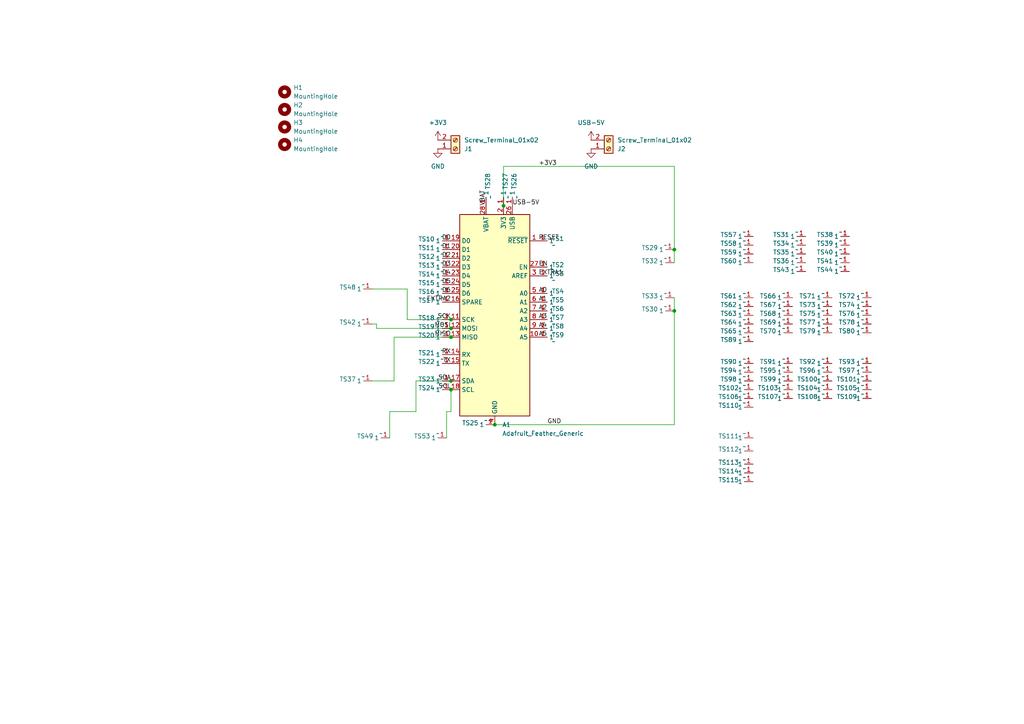
<source format=kicad_sch>
(kicad_sch (version 20250114) (generator "eeschema") (generator_version "9.0")
  (paper "A4")
  (lib_symbols
    (symbol "Connector:Screw_Terminal_01x02" (pin_names (offset 1.016) (hide yes))
      (property "Reference" "J" (at 0 2.54 0))
      (property "Value" "Screw_Terminal_01x02" (at 0 -5.08 0))
      (symbol "Screw_Terminal_01x02_1_1"
        (rectangle (start -1.27 1.27) (end 1.27 -3.81) (stroke (width 0.254)) (fill (type background)))
        (polyline (pts (xy -0.5334 0.3302) (xy 0.3302 -0.508)) (stroke (width 0.1524)))
        (polyline (pts (xy -0.5334 -2.2098) (xy 0.3302 -3.048)) (stroke (width 0.1524)))
        (polyline (pts (xy -0.3556 0.508) (xy 0.508 -0.3302)) (stroke (width 0.1524)))
        (polyline (pts (xy -0.3556 -2.032) (xy 0.508 -2.8702)) (stroke (width 0.1524)))
        (circle (center 0 0) (radius 0.635) (stroke (width 0.1524)))
        (circle (center 0 -2.54) (radius 0.635) (stroke (width 0.1524)))
        (pin passive line (at -5.08 0 0) (length 3.81) (name "Pin_1") (number "1"))
        (pin passive line (at -5.08 -2.54 0) (length 3.81) (name "Pin_2") (number "2"))
      )
    )
    (symbol "LE Symbols:TieStrip"
      (property "Reference" "TS" (at 0 2.032 0))
      (symbol "TieStrip_1_1"
        (pin bidirectional line (at 0 0 0) (length 2.54) (name "1") (number "1"))
      )
    )
    (symbol "MCU_Module:Adafruit_Feather_Generic"
      (property "Reference" "A" (at -10.16 29.21 0))
      (property "Value" "Adafruit_Feather_Generic" (at 2.54 -31.75 0))
      (symbol "Adafruit_Feather_Generic_0_1"
        (rectangle (start -10.16 27.94) (end 10.16 -30.48) (stroke (width 0.254)) (fill (type background)))
      )
      (symbol "Adafruit_Feather_Generic_1_1"
        (pin bidirectional line (at -12.7 20.32 0) (length 2.54) (name "D0") (number "19"))
        (pin bidirectional line (at -12.7 17.78 0) (length 2.54) (name "D1") (number "20"))
        (pin bidirectional line (at -12.7 15.24 0) (length 2.54) (name "D2") (number "21"))
        (pin bidirectional line (at -12.7 12.7 0) (length 2.54) (name "D3") (number "22"))
        (pin bidirectional line (at -12.7 10.16 0) (length 2.54) (name "D4") (number "23"))
        (pin bidirectional line (at -12.7 7.62 0) (length 2.54) (name "D5") (number "24"))
        (pin bidirectional line (at -12.7 5.08 0) (length 2.54) (name "D6") (number "25"))
        (pin bidirectional line (at -12.7 2.54 0) (length 2.54) (name "SPARE") (number "16"))
        (pin bidirectional line (at -12.7 -2.54 0) (length 2.54) (name "SCK") (number "11"))
        (pin bidirectional line (at -12.7 -5.08 0) (length 2.54) (name "MOSI") (number "12"))
        (pin bidirectional line (at -12.7 -7.62 0) (length 2.54) (name "MISO") (number "13"))
        (pin bidirectional line (at -12.7 -12.7 0) (length 2.54) (name "RX") (number "14"))
        (pin bidirectional line (at -12.7 -15.24 0) (length 2.54) (name "TX") (number "15"))
        (pin bidirectional line (at -12.7 -20.32 0) (length 2.54) (name "SDA") (number "17"))
        (pin bidirectional line (at -12.7 -22.86 0) (length 2.54) (name "SCL") (number "18"))
        (pin power_in line (at -2.54 30.48 270) (length 2.54) (name "VBAT") (number "28"))
        (pin power_in line (at 0 -33.02 90) (length 2.54) (name "GND") (number "4"))
        (pin power_in line (at 2.54 30.48 270) (length 2.54) (name "3V3") (number "2"))
        (pin power_in line (at 5.08 30.48 270) (length 2.54) (name "USB") (number "26"))
        (pin input line (at 12.7 20.32 180) (length 2.54) (name "~{RESET}") (number "1"))
        (pin input line (at 12.7 12.7 180) (length 2.54) (name "EN") (number "27"))
        (pin input line (at 12.7 10.16 180) (length 2.54) (name "AREF") (number "3"))
        (pin bidirectional line (at 12.7 5.08 180) (length 2.54) (name "A0") (number "5"))
        (pin bidirectional line (at 12.7 2.54 180) (length 2.54) (name "A1") (number "6"))
        (pin bidirectional line (at 12.7 0 180) (length 2.54) (name "A2") (number "7"))
        (pin bidirectional line (at 12.7 -2.54 180) (length 2.54) (name "A3") (number "8"))
        (pin bidirectional line (at 12.7 -5.08 180) (length 2.54) (name "A4") (number "9"))
        (pin bidirectional line (at 12.7 -7.62 180) (length 2.54) (name "A5") (number "10"))
      )
    )
    (symbol "Mechanical:MountingHole" (pin_names (offset 1.016)) (in_bom no)
      (property "Reference" "H" (at 0 5.08 0))
      (property "Value" "MountingHole" (at 0 3.175 0))
      (symbol "MountingHole_0_1"
        (circle (center 0 0) (radius 1.27) (stroke (width 1.27)))
      )
    )
    (symbol "power:+3V3" (power) (pin_numbers (hide yes)) (pin_names (offset 0) (hide yes))
      (property "Value" "+3V3" (at 0 3.556 0))
      (symbol "+3V3_0_1"
        (polyline (pts (xy -0.762 1.27) (xy 0 2.54)))
        (polyline (pts (xy 0 2.54) (xy 0.762 1.27)))
        (polyline (pts (xy 0 0) (xy 0 2.54)))
      )
      (symbol "+3V3_1_1"
        (pin power_in line (at 0 0 90) (length 0) (name "~") (number "1"))
      )
    )
    (symbol "power:GND" (power) (pin_numbers (hide yes)) (pin_names (offset 0) (hide yes))
      (property "Value" "GND" (at 0 -3.81 0))
      (symbol "GND_0_1"
        (polyline (pts (xy 0 0) (xy 0 -1.27) (xy 1.27 -1.27) (xy 0 -2.54) (xy -1.27 -1.27) (xy 0 -1.27)))
      )
      (symbol "GND_1_1"
        (pin power_in line (at 0 0 270) (length 0) (name "~") (number "1"))
      )
    )
  )
  (junction (at 143.51 123.19))
  (junction (at 130.81 110.49))
  (junction (at 195.58 72.39))
  (junction (at 195.58 90.17))
  (junction (at 130.81 95.25))
  (junction (at 146.05 59.69))
  (junction (at 130.81 113.03))
  (junction (at 130.81 97.79))
  (junction (at 130.81 92.71))
  (wire (pts (xy 146.05 48.26) (xy 146.05 59.69)))
  (wire (pts (xy 114.3 110.49) (xy 114.3 97.79)))
  (wire (pts (xy 129.54 119.38) (xy 130.81 119.38)))
  (wire (pts (xy 118.11 92.71) (xy 130.81 92.71)))
  (wire (pts (xy 195.58 72.39) (xy 195.58 76.2)))
  (wire (pts (xy 129.54 127) (xy 129.54 119.38)))
  (wire (pts (xy 195.58 86.36) (xy 195.58 90.17)))
  (wire (pts (xy 107.95 93.98) (xy 109.22 93.98)))
  (wire (pts (xy 113.03 119.38) (xy 120.65 119.38)))
  (wire (pts (xy 120.65 110.49) (xy 130.81 110.49)))
  (wire (pts (xy 130.81 119.38) (xy 130.81 113.03)))
  (wire (pts (xy 109.22 95.25) (xy 130.81 95.25)))
  (wire (pts (xy 195.58 123.19) (xy 143.51 123.19)))
  (wire (pts (xy 107.95 110.49) (xy 114.3 110.49)))
  (wire (pts (xy 114.3 97.79) (xy 130.81 97.79)))
  (wire (pts (xy 113.03 127) (xy 113.03 119.38)))
  (wire (pts (xy 195.58 48.26) (xy 146.05 48.26)))
  (wire (pts (xy 109.22 93.98) (xy 109.22 95.25)))
  (wire (pts (xy 107.95 83.82) (xy 118.11 83.82)))
  (wire (pts (xy 195.58 48.26) (xy 195.58 72.39)))
  (wire (pts (xy 118.11 83.82) (xy 118.11 92.71)))
  (wire (pts (xy 120.65 119.38) (xy 120.65 110.49)))
  (wire (pts (xy 195.58 90.17) (xy 195.58 123.19)))
  (label "D5" (at 130.81 82.55 180))
  (label "SDA" (at 130.81 110.49 180))
  (label "D0" (at 130.81 69.85 180))
  (label "USB-5V" (at 148.59 59.69 0))
  (label "EN" (at 156.21 77.47 0))
  (label "D1" (at 130.81 72.39 180))
  (label "MISO" (at 130.81 97.79 180))
  (label "A5" (at 156.21 97.79 0))
  (label "SCL" (at 130.81 113.03 180))
  (label "D2" (at 130.81 74.93 180))
  (label "TX" (at 130.81 105.41 180))
  (label "+3V3" (at 156.21 48.26 0))
  (label "MOSI" (at 130.81 95.25 180))
  (label "D4" (at 130.81 80.01 180))
  (label "A1" (at 156.21 87.63 0))
  (label "D6" (at 130.81 85.09 180))
  (label "A2" (at 156.21 90.17 0))
  (label "SCK" (at 130.81 92.71 180))
  (label "A4" (at 156.21 95.25 0))
  (label "RX" (at 130.81 102.87 180))
  (label "GND" (at 158.75 123.19 0))
  (label "VBAT" (at 140.97 59.69 90))
  (label "A3" (at 156.21 92.71 0))
  (label "A0" (at 156.21 85.09 0))
  (label "EXTRA2" (at 130.81 87.63 180))
  (label "D3" (at 130.81 77.47 180))
  (label "RESET" (at 156.21 69.85 0))
  (label "EXTRA1" (at 156.21 80.01 0))
  (symbol (lib_id "LE Symbols:TieStrip") (at 218.44 107.95 180) (unit 1)
    (property "Reference" "TS94" (at 211.328 107.442 0))
    (property "Value" "~" (at 215.9 106.68 0))
    (property "Footprint" "LE Symbols:TieStrip-3" (effects (hide yes)))
  )
  (symbol (lib_id "LE Symbols:TieStrip") (at 233.68 78.74 180) (unit 1)
    (property "Reference" "TS43" (at 226.568 78.232 0))
    (property "Value" "~" (at 231.14 77.47 0))
    (property "Footprint" "LE Symbols:TieStrip-6" (effects (hide yes)))
  )
  (symbol (lib_id "LE Symbols:TieStrip") (at 229.87 113.03 180) (unit 1)
    (property "Reference" "TS103" (at 222.758 112.522 0))
    (property "Value" "~" (at 227.33 111.76 0))
    (property "Footprint" "LE Symbols:TieStrip-3" (effects (hide yes)))
  )
  (symbol (lib_id "LE Symbols:TieStrip") (at 218.44 91.44 180) (unit 1)
    (property "Reference" "TS63" (at 211.328 90.932 0))
    (property "Value" "~" (at 215.9 90.17 0))
    (property "Footprint" "LE Symbols:TieStrip-3" (effects (hide yes)))
  )
  (symbol (lib_id "LE Symbols:TieStrip") (at 218.44 88.9 180) (unit 1)
    (property "Reference" "TS62" (at 211.328 88.392 0))
    (property "Value" "~" (at 215.9 87.63 0))
    (property "Footprint" "LE Symbols:TieStrip-3" (effects (hide yes)))
  )
  (symbol (lib_id "LE Symbols:TieStrip") (at 130.81 87.63 180) (unit 1)
    (property "Reference" "TS17" (at 123.698 87.122 0))
    (property "Value" "~" (at 128.27 86.36 0))
    (property "Footprint" "LE Symbols:TieStrip-5" (effects (hide yes)))
  )
  (symbol (lib_id "LE Symbols:TieStrip") (at 130.81 105.41 180) (unit 1)
    (property "Reference" "TS22" (at 123.698 104.902 0))
    (property "Value" "~" (at 128.27 104.14 0))
    (property "Footprint" "LE Symbols:TieStrip-5" (effects (hide yes)))
  )
  (symbol (lib_id "LE Symbols:TieStrip") (at 233.68 73.66 180) (unit 1)
    (property "Reference" "TS35" (at 226.568 73.152 0))
    (property "Value" "~" (at 231.14 72.39 0))
    (property "Footprint" "LE Symbols:TieStrip-6" (effects (hide yes)))
  )
  (symbol (lib_id "LE Symbols:TieStrip") (at 156.21 85.09 0) (unit 1)
    (property "Reference" "TS4" (at 160.02 84.4549 0) (effects (justify left)))
    (property "Value" "~" (at 160.02 86.36 0) (effects (justify left)))
    (property "Footprint" "LE Symbols:TieStrip-5" (effects (hide yes)))
  )
  (symbol (lib_id "LE Symbols:TieStrip") (at 252.73 110.49 180) (unit 1)
    (property "Reference" "TS101" (at 245.618 109.982 0))
    (property "Value" "~" (at 250.19 109.22 0))
    (property "Footprint" "LE Symbols:TieStrip-3" (effects (hide yes)))
  )
  (symbol (lib_id "LE Symbols:TieStrip") (at 252.73 113.03 180) (unit 1)
    (property "Reference" "TS105" (at 245.618 112.522 0))
    (property "Value" "~" (at 250.19 111.76 0))
    (property "Footprint" "LE Symbols:TieStrip-3" (effects (hide yes)))
  )
  (symbol (lib_id "LE Symbols:TieStrip") (at 252.73 91.44 180) (unit 1)
    (property "Reference" "TS76" (at 245.618 90.932 0))
    (property "Value" "~" (at 250.19 90.17 0))
    (property "Footprint" "LE Symbols:TieStrip-3" (effects (hide yes)))
  )
  (symbol (lib_id "LE Symbols:TieStrip") (at 252.73 115.57 180) (unit 1)
    (property "Reference" "TS109" (at 245.618 115.062 0))
    (property "Value" "~" (at 250.19 114.3 0))
    (property "Footprint" "LE Symbols:TieStrip-3" (effects (hide yes)))
  )
  (symbol (lib_id "LE Symbols:TieStrip") (at 229.87 86.36 180) (unit 1)
    (property "Reference" "TS66" (at 222.758 85.852 0))
    (property "Value" "~" (at 227.33 85.09 0))
    (property "Footprint" "LE Symbols:TieStrip-3" (effects (hide yes)))
  )
  (symbol (lib_id "LE Symbols:TieStrip") (at 229.87 115.57 180) (unit 1)
    (property "Reference" "TS107" (at 222.758 115.062 0))
    (property "Value" "~" (at 227.33 114.3 0))
    (property "Footprint" "LE Symbols:TieStrip-3" (effects (hide yes)))
  )
  (symbol (lib_id "LE Symbols:TieStrip") (at 130.81 82.55 180) (unit 1)
    (property "Reference" "TS15" (at 123.698 82.042 0))
    (property "Value" "~" (at 128.27 81.28 0))
    (property "Footprint" "LE Symbols:TieStrip-5" (effects (hide yes)))
  )
  (symbol (lib_id "LE Symbols:TieStrip") (at 246.38 78.74 180) (unit 1)
    (property "Reference" "TS44" (at 239.268 78.232 0))
    (property "Value" "~" (at 243.84 77.47 0))
    (property "Footprint" "LE Symbols:TieStrip-6" (effects (hide yes)))
  )
  (symbol (lib_id "LE Symbols:TieStrip") (at 156.21 97.79 0) (unit 1)
    (property "Reference" "TS9" (at 160.02 97.1549 0) (effects (justify left)))
    (property "Value" "~" (at 160.02 99.06 0) (effects (justify left)))
    (property "Footprint" "LE Symbols:TieStrip-5" (effects (hide yes)))
  )
  (symbol (lib_id "LE Symbols:TieStrip") (at 130.81 74.93 180) (unit 1)
    (property "Reference" "TS12" (at 123.698 74.422 0))
    (property "Value" "~" (at 128.27 73.66 0))
    (property "Footprint" "LE Symbols:TieStrip-5" (effects (hide yes)))
  )
  (symbol (lib_id "LE Symbols:TieStrip") (at 246.38 73.66 180) (unit 1)
    (property "Reference" "TS40" (at 239.268 73.152 0))
    (property "Value" "~" (at 243.84 72.39 0))
    (property "Footprint" "LE Symbols:TieStrip-6" (effects (hide yes)))
  )
  (symbol (lib_id "LE Symbols:TieStrip") (at 246.38 68.58 180) (unit 1)
    (property "Reference" "TS38" (at 239.268 68.072 0))
    (property "Value" "~" (at 243.84 67.31 0))
    (property "Footprint" "LE Symbols:TieStrip-6" (effects (hide yes)))
  )
  (symbol (lib_id "LE Symbols:TieStrip") (at 156.21 87.63 0) (unit 1)
    (property "Reference" "TS5" (at 160.02 86.9949 0) (effects (justify left)))
    (property "Value" "~" (at 160.02 88.9 0) (effects (justify left)))
    (property "Footprint" "LE Symbols:TieStrip-5" (effects (hide yes)))
  )
  (symbol (lib_id "power:GND") (at 127 43.18 0) (unit 1)
    (property "Reference" "#PWR01" (effects (hide yes)))
    (property "Value" "GND" (at 127 48.26 0))
    (property "Description" "Power symbol creates a global label with name \"GND\" , ground" (effects (hide yes)))
  )
  (symbol (lib_id "LE Symbols:TieStrip") (at 241.3 86.36 180) (unit 1)
    (property "Reference" "TS71" (at 234.188 85.852 0))
    (property "Value" "~" (at 238.76 85.09 0))
    (property "Footprint" "LE Symbols:TieStrip-3" (effects (hide yes)))
  )
  (symbol (lib_id "LE Symbols:TieStrip") (at 195.58 76.2 180) (unit 1)
    (property "Reference" "TS32" (at 188.468 75.692 0))
    (property "Value" "~" (at 193.04 74.93 0))
    (property "Footprint" "LE Symbols:TieStrip-21" (effects (hide yes)))
  )
  (symbol (lib_id "LE Symbols:TieStrip") (at 229.87 105.41 180) (unit 1)
    (property "Reference" "TS91" (at 222.758 104.902 0))
    (property "Value" "~" (at 227.33 104.14 0))
    (property "Footprint" "LE Symbols:TieStrip-3" (effects (hide yes)))
  )
  (symbol (lib_id "LE Symbols:TieStrip") (at 241.3 91.44 180) (unit 1)
    (property "Reference" "TS75" (at 234.188 90.932 0))
    (property "Value" "~" (at 238.76 90.17 0))
    (property "Footprint" "LE Symbols:TieStrip-3" (effects (hide yes)))
  )
  (symbol (lib_id "LE Symbols:TieStrip") (at 218.44 105.41 180) (unit 1)
    (property "Reference" "TS90" (at 211.328 104.902 0))
    (property "Value" "~" (at 215.9 104.14 0))
    (property "Footprint" "LE Symbols:TieStrip-3" (effects (hide yes)))
  )
  (symbol (lib_id "LE Symbols:TieStrip") (at 218.44 86.36 180) (unit 1)
    (property "Reference" "TS61" (at 211.328 85.852 0))
    (property "Value" "~" (at 215.9 85.09 0))
    (property "Footprint" "LE Symbols:TieStrip-3" (effects (hide yes)))
  )
  (symbol (lib_id "LE Symbols:TieStrip") (at 218.44 134.62 180) (unit 1)
    (property "Reference" "TS113" (at 211.328 134.112 0))
    (property "Value" "~" (at 215.9 133.35 0))
    (property "Footprint" "LE Symbols:TieStrip-7" (effects (hide yes)))
  )
  (symbol (lib_id "LE Symbols:TieStrip") (at 143.51 123.19 180) (unit 1)
    (property "Reference" "TS25" (at 136.398 122.682 0))
    (property "Value" "~" (at 140.97 121.92 0))
    (property "Footprint" "LE Symbols:TieStrip-5" (effects (hide yes)))
  )
  (symbol (lib_id "LE Symbols:TieStrip") (at 241.3 88.9 180) (unit 1)
    (property "Reference" "TS73" (at 234.188 88.392 0))
    (property "Value" "~" (at 238.76 87.63 0))
    (property "Footprint" "LE Symbols:TieStrip-3" (effects (hide yes)))
  )
  (symbol (lib_id "LE Symbols:TieStrip") (at 252.73 105.41 180) (unit 1)
    (property "Reference" "TS93" (at 245.618 104.902 0))
    (property "Value" "~" (at 250.19 104.14 0))
    (property "Footprint" "LE Symbols:TieStrip-3" (effects (hide yes)))
  )
  (symbol (lib_id "LE Symbols:TieStrip") (at 218.44 118.11 180) (unit 1)
    (property "Reference" "TS110" (at 211.328 117.602 0))
    (property "Value" "~" (at 215.9 116.84 0))
    (property "Footprint" "LE Symbols:TieStrip-3" (effects (hide yes)))
  )
  (symbol (lib_id "LE Symbols:TieStrip") (at 156.21 69.85 0) (unit 1)
    (property "Reference" "TS1" (at 160.02 69.2149 0) (effects (justify left)))
    (property "Value" "~" (at 160.02 71.12 0) (effects (justify left)))
    (property "Footprint" "LE Symbols:TieStrip-5" (effects (hide yes)))
  )
  (symbol (lib_id "LE Symbols:TieStrip") (at 252.73 86.36 180) (unit 1)
    (property "Reference" "TS72" (at 245.618 85.852 0))
    (property "Value" "~" (at 250.19 85.09 0))
    (property "Footprint" "LE Symbols:TieStrip-3" (effects (hide yes)))
  )
  (symbol (lib_id "LE Symbols:TieStrip") (at 130.81 80.01 180) (unit 1)
    (property "Reference" "TS14" (at 123.698 79.502 0))
    (property "Value" "~" (at 128.27 78.74 0))
    (property "Footprint" "LE Symbols:TieStrip-5" (effects (hide yes)))
  )
  (symbol (lib_id "LE Symbols:TieStrip") (at 130.81 95.25 180) (unit 1)
    (property "Reference" "TS19" (at 123.698 94.742 0))
    (property "Value" "~" (at 128.27 93.98 0))
    (property "Footprint" "LE Symbols:TieStrip-5" (effects (hide yes)))
  )
  (symbol (lib_id "Connector:Screw_Terminal_01x02") (at 176.53 43.18 0) (mirror x) (unit 1)
    (property "Reference" "J2" (at 179.07 43.1801 0) (effects (justify left)))
    (property "Value" "Screw_Terminal_01x02" (at 179.07 40.6401 0) (effects (justify left)))
    (property "Footprint" "LE Symbols:TerminalBlock_screw_2.54_left" (effects (hide yes)))
    (property "Description" "Generic screw terminal, single row, 01x02, script generated (kicad-library-utils/schlib/autogen/connector/)" (effects (hide yes)))
  )
  (symbol (lib_id "LE Symbols:TieStrip") (at 130.81 113.03 180) (unit 1)
    (property "Reference" "TS24" (at 123.698 112.522 0))
    (property "Value" "~" (at 128.27 111.76 0))
    (property "Footprint" "LE Symbols:TieStrip-5" (effects (hide yes)))
  )
  (symbol (lib_id "LE Symbols:TieStrip") (at 130.81 92.71 180) (unit 1)
    (property "Reference" "TS18" (at 123.698 92.202 0))
    (property "Value" "~" (at 128.27 91.44 0))
    (property "Footprint" "LE Symbols:TieStrip-5" (effects (hide yes)))
  )
  (symbol (lib_id "LE Symbols:TieStrip") (at 156.21 92.71 0) (unit 1)
    (property "Reference" "TS7" (at 160.02 92.0749 0) (effects (justify left)))
    (property "Value" "~" (at 160.02 93.98 0) (effects (justify left)))
    (property "Footprint" "LE Symbols:TieStrip-5" (effects (hide yes)))
  )
  (symbol (lib_id "LE Symbols:TieStrip") (at 218.44 73.66 180) (unit 1)
    (property "Reference" "TS59" (at 211.328 73.152 0))
    (property "Value" "~" (at 215.9 72.39 0))
    (property "Footprint" "LE Symbols:TieStrip-6" (effects (hide yes)))
  )
  (symbol (lib_id "power:+3V3") (at 171.45 40.64 0) (unit 1)
    (property "Reference" "#PWR04" (effects (hide yes)))
    (property "Value" "USB-5V" (at 171.45 35.56 0))
    (property "Description" "Power symbol creates a global label with name \"+3V3\"" (effects (hide yes)))
  )
  (symbol (lib_id "Mechanical:MountingHole") (at 82.55 26.67 0) (unit 1) (in_bom no)
    (property "Reference" "H1" (at 85.09 25.3999 0) (effects (justify left)))
    (property "Value" "MountingHole" (at 85.09 27.9399 0) (effects (justify left)))
    (property "Footprint" "MountingHole:MountingHole_2.5mm_Pad_TopBottom" (effects (hide yes)))
    (property "Description" "Mounting Hole without connection" (effects (hide yes)))
  )
  (symbol (lib_id "LE Symbols:TieStrip") (at 148.59 59.69 90) (unit 1)
    (property "Reference" "TS26" (at 149.098 52.578 0))
    (property "Value" "~" (at 149.86 57.15 0))
    (property "Footprint" "LE Symbols:TieStrip-5" (effects (hide yes)))
  )
  (symbol (lib_id "LE Symbols:TieStrip") (at 218.44 96.52 180) (unit 1)
    (property "Reference" "TS65" (at 211.328 96.012 0))
    (property "Value" "~" (at 215.9 95.25 0))
    (property "Footprint" "LE Symbols:TieStrip-3" (effects (hide yes)))
  )
  (symbol (lib_id "LE Symbols:TieStrip") (at 252.73 96.52 180) (unit 1)
    (property "Reference" "TS80" (at 245.618 96.012 0))
    (property "Value" "~" (at 250.19 95.25 0))
    (property "Footprint" "LE Symbols:TieStrip-3" (effects (hide yes)))
  )
  (symbol (lib_id "LE Symbols:TieStrip") (at 107.95 83.82 180) (unit 1)
    (property "Reference" "TS48" (at 100.838 83.312 0))
    (property "Value" "~" (at 105.41 82.55 0))
    (property "Footprint" "LE Symbols:TieStrip-21" (effects (hide yes)))
  )
  (symbol (lib_id "LE Symbols:TieStrip") (at 129.54 127 180) (unit 1)
    (property "Reference" "TS53" (at 122.428 126.492 0))
    (property "Value" "~" (at 127 125.73 0))
    (property "Footprint" "LE Symbols:TieStrip-21" (effects (hide yes)))
  )
  (symbol (lib_id "LE Symbols:TieStrip") (at 233.68 76.2 180) (unit 1)
    (property "Reference" "TS36" (at 226.568 75.692 0))
    (property "Value" "~" (at 231.14 74.93 0))
    (property "Footprint" "LE Symbols:TieStrip-6" (effects (hide yes)))
  )
  (symbol (lib_id "LE Symbols:TieStrip") (at 229.87 107.95 180) (unit 1)
    (property "Reference" "TS95" (at 222.758 107.442 0))
    (property "Value" "~" (at 227.33 106.68 0))
    (property "Footprint" "LE Symbols:TieStrip-3" (effects (hide yes)))
  )
  (symbol (lib_id "LE Symbols:TieStrip") (at 218.44 99.06 180) (unit 1)
    (property "Reference" "TS89" (at 211.328 98.552 0))
    (property "Value" "~" (at 215.9 97.79 0))
    (property "Footprint" "LE Symbols:TieStrip-3" (effects (hide yes)))
  )
  (symbol (lib_id "LE Symbols:TieStrip") (at 130.81 102.87 180) (unit 1)
    (property "Reference" "TS21" (at 123.698 102.362 0))
    (property "Value" "~" (at 128.27 101.6 0))
    (property "Footprint" "LE Symbols:TieStrip-5" (effects (hide yes)))
  )
  (symbol (lib_id "LE Symbols:TieStrip") (at 229.87 93.98 180) (unit 1)
    (property "Reference" "TS69" (at 222.758 93.472 0))
    (property "Value" "~" (at 227.33 92.71 0))
    (property "Footprint" "LE Symbols:TieStrip-3" (effects (hide yes)))
  )
  (symbol (lib_id "LE Symbols:TieStrip") (at 218.44 71.12 180) (unit 1)
    (property "Reference" "TS58" (at 211.328 70.612 0))
    (property "Value" "~" (at 215.9 69.85 0))
    (property "Footprint" "LE Symbols:TieStrip-6" (effects (hide yes)))
  )
  (symbol (lib_id "Mechanical:MountingHole") (at 82.55 31.75 0) (unit 1) (in_bom no)
    (property "Reference" "H2" (at 85.09 30.4799 0) (effects (justify left)))
    (property "Value" "MountingHole" (at 85.09 33.0199 0) (effects (justify left)))
    (property "Footprint" "MountingHole:MountingHole_2.5mm_Pad_TopBottom" (effects (hide yes)))
    (property "Description" "Mounting Hole without connection" (effects (hide yes)))
  )
  (symbol (lib_id "LE Symbols:TieStrip") (at 233.68 68.58 180) (unit 1)
    (property "Reference" "TS31" (at 226.568 68.072 0))
    (property "Value" "~" (at 231.14 67.31 0))
    (property "Footprint" "LE Symbols:TieStrip-6" (effects (hide yes)))
  )
  (symbol (lib_id "LE Symbols:TieStrip") (at 229.87 91.44 180) (unit 1)
    (property "Reference" "TS68" (at 222.758 90.932 0))
    (property "Value" "~" (at 227.33 90.17 0))
    (property "Footprint" "LE Symbols:TieStrip-3" (effects (hide yes)))
  )
  (symbol (lib_id "LE Symbols:TieStrip") (at 107.95 110.49 180) (unit 1)
    (property "Reference" "TS37" (at 100.838 109.982 0))
    (property "Value" "~" (at 105.41 109.22 0))
    (property "Footprint" "LE Symbols:TieStrip-21" (effects (hide yes)))
  )
  (symbol (lib_id "LE Symbols:TieStrip") (at 156.21 77.47 0) (unit 1)
    (property "Reference" "TS2" (at 160.02 76.8349 0) (effects (justify left)))
    (property "Value" "~" (at 160.02 78.74 0) (effects (justify left)))
    (property "Footprint" "LE Symbols:TieStrip-5" (effects (hide yes)))
  )
  (symbol (lib_id "LE Symbols:TieStrip") (at 156.21 95.25 0) (unit 1)
    (property "Reference" "TS8" (at 160.02 94.6149 0) (effects (justify left)))
    (property "Value" "~" (at 160.02 96.52 0) (effects (justify left)))
    (property "Footprint" "LE Symbols:TieStrip-5" (effects (hide yes)))
  )
  (symbol (lib_id "LE Symbols:TieStrip") (at 140.97 59.69 90) (unit 1)
    (property "Reference" "TS28" (at 141.478 52.578 0))
    (property "Value" "~" (at 142.24 57.15 0))
    (property "Footprint" "LE Symbols:TieStrip-5" (effects (hide yes)))
  )
  (symbol (lib_id "LE Symbols:TieStrip") (at 156.21 90.17 0) (unit 1)
    (property "Reference" "TS6" (at 160.02 89.5349 0) (effects (justify left)))
    (property "Value" "~" (at 160.02 91.44 0) (effects (justify left)))
    (property "Footprint" "LE Symbols:TieStrip-5" (effects (hide yes)))
  )
  (symbol (lib_id "LE Symbols:TieStrip") (at 130.81 72.39 180) (unit 1)
    (property "Reference" "TS11" (at 123.698 71.882 0))
    (property "Value" "~" (at 128.27 71.12 0))
    (property "Footprint" "LE Symbols:TieStrip-5" (effects (hide yes)))
  )
  (symbol (lib_id "Mechanical:MountingHole") (at 82.55 36.83 0) (unit 1) (in_bom no)
    (property "Reference" "H3" (at 85.09 35.5599 0) (effects (justify left)))
    (property "Value" "MountingHole" (at 85.09 38.0999 0) (effects (justify left)))
    (property "Footprint" "MountingHole:MountingHole_2.5mm_Pad_TopBottom" (effects (hide yes)))
    (property "Description" "Mounting Hole without connection" (effects (hide yes)))
  )
  (symbol (lib_id "LE Symbols:TieStrip") (at 252.73 93.98 180) (unit 1)
    (property "Reference" "TS78" (at 245.618 93.472 0))
    (property "Value" "~" (at 250.19 92.71 0))
    (property "Footprint" "LE Symbols:TieStrip-3" (effects (hide yes)))
  )
  (symbol (lib_id "LE Symbols:TieStrip") (at 218.44 76.2 180) (unit 1)
    (property "Reference" "TS60" (at 211.328 75.692 0))
    (property "Value" "~" (at 215.9 74.93 0))
    (property "Footprint" "LE Symbols:TieStrip-6" (effects (hide yes)))
  )
  (symbol (lib_id "LE Symbols:TieStrip") (at 218.44 130.81 180) (unit 1)
    (property "Reference" "TS112" (at 211.328 130.302 0))
    (property "Value" "~" (at 215.9 129.54 0))
    (property "Footprint" "LE Symbols:TieStrip-7" (effects (hide yes)))
  )
  (symbol (lib_id "power:+3V3") (at 127 40.64 0) (unit 1)
    (property "Reference" "#PWR03" (effects (hide yes)))
    (property "Value" "+3V3" (at 127 35.56 0))
    (property "Description" "Power symbol creates a global label with name \"+3V3\"" (effects (hide yes)))
  )
  (symbol (lib_id "LE Symbols:TieStrip") (at 241.3 115.57 180) (unit 1)
    (property "Reference" "TS108" (at 234.188 115.062 0))
    (property "Value" "~" (at 238.76 114.3 0))
    (property "Footprint" "LE Symbols:TieStrip-3" (effects (hide yes)))
  )
  (symbol (lib_id "LE Symbols:TieStrip") (at 252.73 88.9 180) (unit 1)
    (property "Reference" "TS74" (at 245.618 88.392 0))
    (property "Value" "~" (at 250.19 87.63 0))
    (property "Footprint" "LE Symbols:TieStrip-3" (effects (hide yes)))
  )
  (symbol (lib_id "LE Symbols:TieStrip") (at 218.44 68.58 180) (unit 1)
    (property "Reference" "TS57" (at 211.328 68.072 0))
    (property "Value" "~" (at 215.9 67.31 0))
    (property "Footprint" "LE Symbols:TieStrip-6" (effects (hide yes)))
  )
  (symbol (lib_id "LE Symbols:TieStrip") (at 218.44 110.49 180) (unit 1)
    (property "Reference" "TS98" (at 211.328 109.982 0))
    (property "Value" "~" (at 215.9 109.22 0))
    (property "Footprint" "LE Symbols:TieStrip-3" (effects (hide yes)))
  )
  (symbol (lib_id "LE Symbols:TieStrip") (at 130.81 69.85 180) (unit 1)
    (property "Reference" "TS10" (at 123.698 69.342 0))
    (property "Value" "~" (at 128.27 68.58 0))
    (property "Footprint" "LE Symbols:TieStrip-5" (effects (hide yes)))
  )
  (symbol (lib_id "LE Symbols:TieStrip") (at 246.38 71.12 180) (unit 1)
    (property "Reference" "TS39" (at 239.268 70.612 0))
    (property "Value" "~" (at 243.84 69.85 0))
    (property "Footprint" "LE Symbols:TieStrip-6" (effects (hide yes)))
  )
  (symbol (lib_id "LE Symbols:TieStrip") (at 218.44 137.16 180) (unit 1)
    (property "Reference" "TS114" (at 211.328 136.652 0))
    (property "Value" "~" (at 215.9 135.89 0))
    (property "Footprint" "LE Symbols:TieStrip-7" (effects (hide yes)))
  )
  (symbol (lib_id "LE Symbols:TieStrip") (at 218.44 93.98 180) (unit 1)
    (property "Reference" "TS64" (at 211.328 93.472 0))
    (property "Value" "~" (at 215.9 92.71 0))
    (property "Footprint" "LE Symbols:TieStrip-3" (effects (hide yes)))
  )
  (symbol (lib_id "LE Symbols:TieStrip") (at 241.3 105.41 180) (unit 1)
    (property "Reference" "TS92" (at 234.188 104.902 0))
    (property "Value" "~" (at 238.76 104.14 0))
    (property "Footprint" "LE Symbols:TieStrip-3" (effects (hide yes)))
  )
  (symbol (lib_id "LE Symbols:TieStrip") (at 229.87 96.52 180) (unit 1)
    (property "Reference" "TS70" (at 222.758 96.012 0))
    (property "Value" "~" (at 227.33 95.25 0))
    (property "Footprint" "LE Symbols:TieStrip-3" (effects (hide yes)))
  )
  (symbol (lib_id "LE Symbols:TieStrip") (at 130.81 110.49 180) (unit 1)
    (property "Reference" "TS23" (at 123.698 109.982 0))
    (property "Value" "~" (at 128.27 109.22 0))
    (property "Footprint" "LE Symbols:TieStrip-5" (effects (hide yes)))
  )
  (symbol (lib_id "LE Symbols:TieStrip") (at 195.58 90.17 180) (unit 1)
    (property "Reference" "TS30" (at 188.468 89.662 0))
    (property "Value" "~" (at 193.04 88.9 0))
    (property "Footprint" "LE Symbols:TieStrip-21" (effects (hide yes)))
  )
  (symbol (lib_id "LE Symbols:TieStrip") (at 218.44 113.03 180) (unit 1)
    (property "Reference" "TS102" (at 211.328 112.522 0))
    (property "Value" "~" (at 215.9 111.76 0))
    (property "Footprint" "LE Symbols:TieStrip-3" (effects (hide yes)))
  )
  (symbol (lib_id "LE Symbols:TieStrip") (at 195.58 72.39 180) (unit 1)
    (property "Reference" "TS29" (at 188.468 71.882 0))
    (property "Value" "~" (at 193.04 71.12 0))
    (property "Footprint" "LE Symbols:TieStrip-21" (effects (hide yes)))
  )
  (symbol (lib_id "LE Symbols:TieStrip") (at 252.73 107.95 180) (unit 1)
    (property "Reference" "TS97" (at 245.618 107.442 0))
    (property "Value" "~" (at 250.19 106.68 0))
    (property "Footprint" "LE Symbols:TieStrip-3" (effects (hide yes)))
  )
  (symbol (lib_id "LE Symbols:TieStrip") (at 130.81 77.47 180) (unit 1)
    (property "Reference" "TS13" (at 123.698 76.962 0))
    (property "Value" "~" (at 128.27 76.2 0))
    (property "Footprint" "LE Symbols:TieStrip-5" (effects (hide yes)))
  )
  (symbol (lib_id "LE Symbols:TieStrip") (at 113.03 127 180) (unit 1)
    (property "Reference" "TS49" (at 105.918 126.492 0))
    (property "Value" "~" (at 110.49 125.73 0))
    (property "Footprint" "LE Symbols:TieStrip-21" (effects (hide yes)))
  )
  (symbol (lib_id "LE Symbols:TieStrip") (at 233.68 71.12 180) (unit 1)
    (property "Reference" "TS34" (at 226.568 70.612 0))
    (property "Value" "~" (at 231.14 69.85 0))
    (property "Footprint" "LE Symbols:TieStrip-6" (effects (hide yes)))
  )
  (symbol (lib_id "LE Symbols:TieStrip") (at 218.44 127 180) (unit 1)
    (property "Reference" "TS111" (at 211.328 126.492 0))
    (property "Value" "~" (at 215.9 125.73 0))
    (property "Footprint" "LE Symbols:TieStrip-7" (effects (hide yes)))
  )
  (symbol (lib_id "LE Symbols:TieStrip") (at 146.05 59.69 90) (unit 1)
    (property "Reference" "TS27" (at 146.558 52.578 0))
    (property "Value" "~" (at 147.32 57.15 0))
    (property "Footprint" "LE Symbols:TieStrip-5" (effects (hide yes)))
  )
  (symbol (lib_id "LE Symbols:TieStrip") (at 130.81 97.79 180) (unit 1)
    (property "Reference" "TS20" (at 123.698 97.282 0))
    (property "Value" "~" (at 128.27 96.52 0))
    (property "Footprint" "LE Symbols:TieStrip-5" (effects (hide yes)))
  )
  (symbol (lib_id "power:GND") (at 171.45 43.18 0) (unit 1)
    (property "Reference" "#PWR02" (effects (hide yes)))
    (property "Value" "GND" (at 171.45 48.26 0))
    (property "Description" "Power symbol creates a global label with name \"GND\" , ground" (effects (hide yes)))
  )
  (symbol (lib_id "Connector:Screw_Terminal_01x02") (at 132.08 43.18 0) (mirror x) (unit 1)
    (property "Reference" "J1" (at 134.62 43.1801 0) (effects (justify left)))
    (property "Value" "Screw_Terminal_01x02" (at 134.62 40.6401 0) (effects (justify left)))
    (property "Footprint" "LE Symbols:TerminalBlock_screw_2.54_left" (effects (hide yes)))
    (property "Description" "Generic screw terminal, single row, 01x02, script generated (kicad-library-utils/schlib/autogen/connector/)" (effects (hide yes)))
  )
  (symbol (lib_id "LE Symbols:TieStrip") (at 218.44 139.7 180) (unit 1)
    (property "Reference" "TS115" (at 211.328 139.192 0))
    (property "Value" "~" (at 215.9 138.43 0))
    (property "Footprint" "LE Symbols:TieStrip-7" (effects (hide yes)))
  )
  (symbol (lib_id "LE Symbols:TieStrip") (at 229.87 88.9 180) (unit 1)
    (property "Reference" "TS67" (at 222.758 88.392 0))
    (property "Value" "~" (at 227.33 87.63 0))
    (property "Footprint" "LE Symbols:TieStrip-3" (effects (hide yes)))
  )
  (symbol (lib_id "LE Symbols:TieStrip") (at 218.44 115.57 180) (unit 1)
    (property "Reference" "TS106" (at 211.328 115.062 0))
    (property "Value" "~" (at 215.9 114.3 0))
    (property "Footprint" "LE Symbols:TieStrip-3" (effects (hide yes)))
  )
  (symbol (lib_id "LE Symbols:TieStrip") (at 241.3 113.03 180) (unit 1)
    (property "Reference" "TS104" (at 234.188 112.522 0))
    (property "Value" "~" (at 238.76 111.76 0))
    (property "Footprint" "LE Symbols:TieStrip-3" (effects (hide yes)))
  )
  (symbol (lib_id "LE Symbols:TieStrip") (at 241.3 93.98 180) (unit 1)
    (property "Reference" "TS77" (at 234.188 93.472 0))
    (property "Value" "~" (at 238.76 92.71 0))
    (property "Footprint" "LE Symbols:TieStrip-3" (effects (hide yes)))
  )
  (symbol (lib_id "MCU_Module:Adafruit_Feather_Generic") (at 143.51 90.17 0) (unit 1)
    (property "Reference" "A1" (at 145.6533 123.19 0) (effects (justify left)))
    (property "Value" "Adafruit_Feather_Generic" (at 145.6533 125.73 0) (effects (justify left)))
    (property "Footprint" "Module:Adafruit_Feather" (effects (hide yes)))
    (property "Datasheet" "https://cdn-learn.adafruit.com/downloads/pdf/adafruit-feather.pdf" (effects (hide yes)))
    (property "Description" "Microcontroller module in various flavor, generic symbol" (effects (hide yes)))
  )
  (symbol (lib_id "LE Symbols:TieStrip") (at 241.3 107.95 180) (unit 1)
    (property "Reference" "TS96" (at 234.188 107.442 0))
    (property "Value" "~" (at 238.76 106.68 0))
    (property "Footprint" "LE Symbols:TieStrip-3" (effects (hide yes)))
  )
  (symbol (lib_id "LE Symbols:TieStrip") (at 246.38 76.2 180) (unit 1)
    (property "Reference" "TS41" (at 239.268 75.692 0))
    (property "Value" "~" (at 243.84 74.93 0))
    (property "Footprint" "LE Symbols:TieStrip-6" (effects (hide yes)))
  )
  (symbol (lib_id "LE Symbols:TieStrip") (at 241.3 96.52 180) (unit 1)
    (property "Reference" "TS79" (at 234.188 96.012 0))
    (property "Value" "~" (at 238.76 95.25 0))
    (property "Footprint" "LE Symbols:TieStrip-3" (effects (hide yes)))
  )
  (symbol (lib_id "LE Symbols:TieStrip") (at 195.58 86.36 180) (unit 1)
    (property "Reference" "TS33" (at 188.468 85.852 0))
    (property "Value" "~" (at 193.04 85.09 0))
    (property "Footprint" "LE Symbols:TieStrip-21" (effects (hide yes)))
  )
  (symbol (lib_id "LE Symbols:TieStrip") (at 229.87 110.49 180) (unit 1)
    (property "Reference" "TS99" (at 222.758 109.982 0))
    (property "Value" "~" (at 227.33 109.22 0))
    (property "Footprint" "LE Symbols:TieStrip-3" (effects (hide yes)))
  )
  (symbol (lib_id "LE Symbols:TieStrip") (at 156.21 80.01 0) (unit 1)
    (property "Reference" "TS3" (at 160.02 79.3749 0) (effects (justify left)))
    (property "Value" "~" (at 160.02 81.28 0) (effects (justify left)))
    (property "Footprint" "LE Symbols:TieStrip-5" (effects (hide yes)))
  )
  (symbol (lib_id "LE Symbols:TieStrip") (at 241.3 110.49 180) (unit 1)
    (property "Reference" "TS100" (at 234.188 109.982 0))
    (property "Value" "~" (at 238.76 109.22 0))
    (property "Footprint" "LE Symbols:TieStrip-3" (effects (hide yes)))
  )
  (symbol (lib_id "LE Symbols:TieStrip") (at 107.95 93.98 180) (unit 1)
    (property "Reference" "TS42" (at 100.838 93.472 0))
    (property "Value" "~" (at 105.41 92.71 0))
    (property "Footprint" "LE Symbols:TieStrip-21" (effects (hide yes)))
  )
  (symbol (lib_id "Mechanical:MountingHole") (at 82.55 41.91 0) (unit 1) (in_bom no)
    (property "Reference" "H4" (at 85.09 40.6399 0) (effects (justify left)))
    (property "Value" "MountingHole" (at 85.09 43.1799 0) (effects (justify left)))
    (property "Footprint" "MountingHole:MountingHole_2.5mm_Pad_TopBottom" (effects (hide yes)))
    (property "Description" "Mounting Hole without connection" (effects (hide yes)))
  )
  (symbol (lib_id "LE Symbols:TieStrip") (at 130.81 85.09 180) (unit 1)
    (property "Reference" "TS16" (at 123.698 84.582 0))
    (property "Value" "~" (at 128.27 83.82 0))
    (property "Footprint" "LE Symbols:TieStrip-5" (effects (hide yes)))
  )
)
</source>
